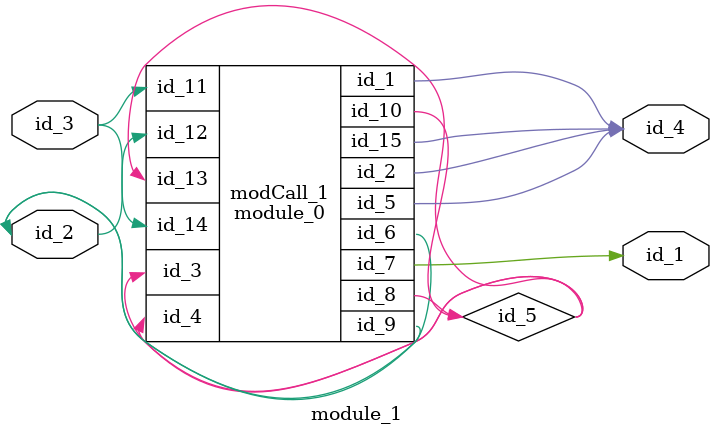
<source format=v>
module module_0 (
    id_1,
    id_2,
    id_3,
    id_4,
    id_5,
    id_6,
    id_7,
    id_8,
    id_9,
    id_10,
    id_11,
    id_12,
    id_13,
    id_14,
    id_15
);
  output wire id_15;
  input wire id_14;
  input wire id_13;
  input wire id_12;
  input wire id_11;
  inout wire id_10;
  inout wire id_9;
  output wire id_8;
  output wire id_7;
  output wire id_6;
  output wire id_5;
  input wire id_4;
  input wire id_3;
  output wire id_2;
  output wire id_1;
  wand id_16;
  wire id_17;
  wire id_18;
  assign id_16 = 1;
endmodule
module module_1 (
    id_1,
    id_2,
    id_3,
    id_4
);
  output wire id_4;
  inout wire id_3;
  inout wire id_2;
  output wire id_1;
  tri id_5 = 1 == id_5;
  module_0 modCall_1 (
      id_4,
      id_4,
      id_5,
      id_5,
      id_4,
      id_2,
      id_1,
      id_5,
      id_2,
      id_5,
      id_3,
      id_2,
      id_5,
      id_3,
      id_4
  );
endmodule

</source>
